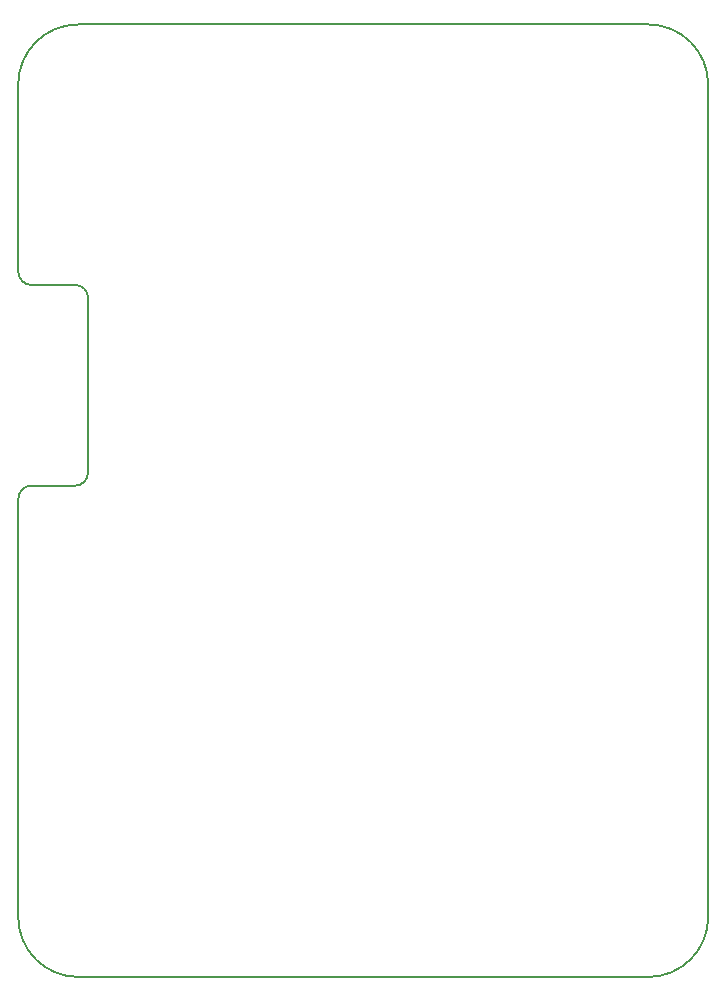
<source format=gbr>
G04 #@! TF.GenerationSoftware,KiCad,Pcbnew,5.1.6*
G04 #@! TF.CreationDate,2020-07-21T22:46:31+02:00*
G04 #@! TF.ProjectId,esp32_stepper_driver,65737033-325f-4737-9465-707065725f64,rev?*
G04 #@! TF.SameCoordinates,Original*
G04 #@! TF.FileFunction,Profile,NP*
%FSLAX46Y46*%
G04 Gerber Fmt 4.6, Leading zero omitted, Abs format (unit mm)*
G04 Created by KiCad (PCBNEW 5.1.6) date 2020-07-21 22:46:31*
%MOMM*%
%LPD*%
G01*
G04 APERTURE LIST*
G04 #@! TA.AperFunction,Profile*
%ADD10C,0.150000*%
G04 #@! TD*
G04 #@! TA.AperFunction,Profile*
%ADD11C,0.200000*%
G04 #@! TD*
G04 APERTURE END LIST*
D10*
X137000000Y-108900000D02*
X140700000Y-108900000D01*
X135890000Y-145415000D02*
X135900000Y-110000000D01*
X135890000Y-74930000D02*
X135900000Y-90800000D01*
X140700000Y-91900000D02*
X137000000Y-91900000D01*
X137000000Y-91900000D02*
G75*
G02*
X135900000Y-90800000I0J1100000D01*
G01*
X140700000Y-91900000D02*
G75*
G02*
X141800000Y-93000000I0J-1100000D01*
G01*
X141800000Y-107800000D02*
X141800000Y-93000000D01*
X141800000Y-107800000D02*
G75*
G02*
X140700000Y-108900000I-1100000J0D01*
G01*
X135900000Y-110000000D02*
G75*
G02*
X137000000Y-108900000I1100000J0D01*
G01*
X135890000Y-74930000D02*
G75*
G02*
X140970000Y-69850000I5080000J0D01*
G01*
X189230000Y-69850000D02*
G75*
G02*
X194310000Y-74930000I0J-5080000D01*
G01*
X194310000Y-145415000D02*
G75*
G02*
X189230000Y-150495000I-5080000J0D01*
G01*
X140970000Y-150495000D02*
G75*
G02*
X135890000Y-145415000I0J5080000D01*
G01*
D11*
X189230000Y-69850000D02*
X140970000Y-69850000D01*
X194310000Y-145415000D02*
X194310000Y-74930000D01*
X140970000Y-150495000D02*
X189230000Y-150495000D01*
M02*

</source>
